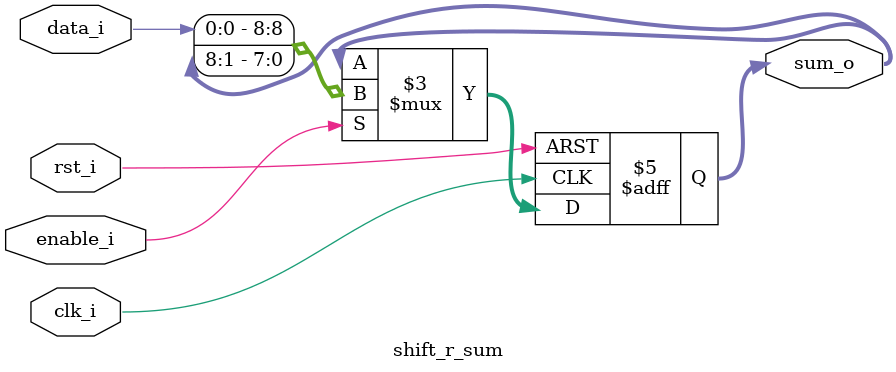
<source format=v>
`timescale 1ns / 1ps


module shift_r_sum(
                    input data_i,
                    input clk_i,
                    input enable_i,
                    input rst_i,
                    output reg[8:0] sum_o
    );
        
        always@(posedge clk_i or negedge rst_i)begin
            if(!rst_i)begin
                sum_o <= 0;
            end else begin
                if(enable_i)begin
                        sum_o <= {data_i,sum_o[8:1]};
                end
            end
        
        end
    
    
    
endmodule

</source>
